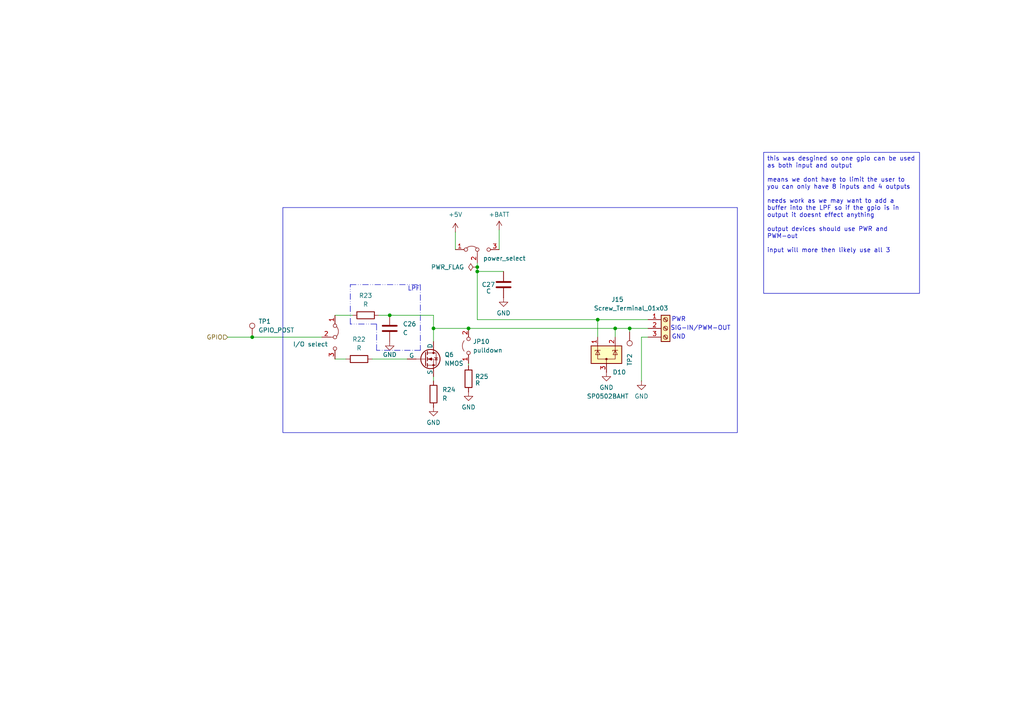
<source format=kicad_sch>
(kicad_sch (version 20231120) (generator "eeschema") (generator_version "8.0")
  (paper "A4")
  (lib_symbols
    (symbol "Connector:Screw_Terminal_01x03" (pin_names (offset 1.016) hide)
      (property "Reference" "J" (at 0 5.08 0))
      (property "Value" "Screw_Terminal_01x03" (at 0 -5.08 0))
      (symbol "Screw_Terminal_01x03_1_1"
        (rectangle (start -1.27 3.81) (end 1.27 -3.81) (stroke (width 0.254)) (fill (type background)))
        (circle (center 0 -2.54) (radius 0.635) (stroke (width 0.1524)))
        (polyline (pts (xy -0.5334 -2.2098) (xy 0.3302 -3.048)) (stroke (width 0.1524)))
        (polyline (pts (xy -0.5334 0.3302) (xy 0.3302 -0.508)) (stroke (width 0.1524)))
        (polyline (pts (xy -0.5334 2.8702) (xy 0.3302 2.032)) (stroke (width 0.1524)))
        (polyline (pts (xy -0.3556 -2.032) (xy 0.508 -2.8702)) (stroke (width 0.1524)))
        (polyline (pts (xy -0.3556 0.508) (xy 0.508 -0.3302)) (stroke (width 0.1524)))
        (polyline (pts (xy -0.3556 3.048) (xy 0.508 2.2098)) (stroke (width 0.1524)))
        (circle (center 0 0) (radius 0.635) (stroke (width 0.1524)))
        (circle (center 0 2.54) (radius 0.635) (stroke (width 0.1524)))
        (pin passive line (at -5.08 2.54 0) (length 3.81) (name "Pin_1") (number "1"))
        (pin passive line (at -5.08 0 0) (length 3.81) (name "Pin_2") (number "2"))
        (pin passive line (at -5.08 -2.54 0) (length 3.81) (name "Pin_3") (number "3"))
      )
    )
    (symbol "Connector:TestPoint" (pin_numbers hide) (pin_names (offset 0.762) hide)
      (property "Reference" "TP" (at 0 6.858 0))
      (property "Value" "TestPoint" (at 0 5.08 0))
      (symbol "TestPoint_0_1"
        (circle (center 0 3.302) (radius 0.762))
      )
      (symbol "TestPoint_1_1"
        (pin passive line (at 0 0 90) (length 2.54) (name "1") (number "1"))
      )
    )
    (symbol "Device:C" (pin_numbers hide) (pin_names (offset 0.254))
      (property "Reference" "C" (at 0.635 2.54 0))
      (property "Value" "C" (at 0.635 -2.54 0))
      (symbol "C_0_1"
        (polyline (pts (xy -2.032 -0.762) (xy 2.032 -0.762)) (stroke (width 0.508)))
        (polyline (pts (xy -2.032 0.762) (xy 2.032 0.762)) (stroke (width 0.508)))
      )
      (symbol "C_1_1"
        (pin passive line (at 0 3.81 270) (length 2.794) (name "~") (number "1"))
        (pin passive line (at 0 -3.81 90) (length 2.794) (name "~") (number "2"))
      )
    )
    (symbol "Device:R" (pin_numbers hide) (pin_names (offset 0))
      (property "Reference" "R" (at 2.032 0 90))
      (property "Value" "R" (at 0 0 90))
      (symbol "R_0_1"
        (rectangle (start -1.016 -2.54) (end 1.016 2.54) (stroke (width 0.254)))
      )
      (symbol "R_1_1"
        (pin passive line (at 0 3.81 270) (length 1.27) (name "~") (number "1"))
        (pin passive line (at 0 -3.81 90) (length 1.27) (name "~") (number "2"))
      )
    )
    (symbol "Jumper:Jumper_2_Open" (pin_names (offset 0) hide)
      (property "Reference" "JP" (at 0 2.794 0))
      (property "Value" "Jumper_2_Open" (at 0 -2.286 0))
      (symbol "Jumper_2_Open_0_0"
        (circle (center -2.032 0) (radius 0.508))
        (circle (center 2.032 0) (radius 0.508))
      )
      (symbol "Jumper_2_Open_0_1"
        (arc (start 1.524 1.27) (mid 0 1.778) (end -1.524 1.27))
      )
      (symbol "Jumper_2_Open_1_1"
        (pin passive line (at -5.08 0 0) (length 2.54) (name "A") (number "1"))
        (pin passive line (at 5.08 0 180) (length 2.54) (name "B") (number "2"))
      )
    )
    (symbol "Jumper:Jumper_3_Bridged12" (pin_names (offset 0) hide)
      (property "Reference" "JP" (at -2.54 -2.54 0))
      (property "Value" "Jumper_3_Bridged12" (at 0 2.794 0))
      (symbol "Jumper_3_Bridged12_0_0"
        (circle (center -3.302 0) (radius 0.508))
        (circle (center 0 0) (radius 0.508))
        (circle (center 3.302 0) (radius 0.508))
      )
      (symbol "Jumper_3_Bridged12_0_1"
        (arc (start -0.254 0.508) (mid -1.651 0.9912) (end -3.048 0.508))
        (polyline (pts (xy 0 -1.27) (xy 0 -0.508)))
      )
      (symbol "Jumper_3_Bridged12_1_1"
        (pin passive line (at -6.35 0 0) (length 2.54) (name "A") (number "1"))
        (pin passive line (at 0 -3.81 90) (length 2.54) (name "C") (number "2"))
        (pin passive line (at 6.35 0 180) (length 2.54) (name "B") (number "3"))
      )
    )
    (symbol "Power_Protection:SP0502BAHT" (pin_names hide)
      (property "Reference" "D" (at 5.715 2.54 0))
      (property "Value" "SP0502BAHT" (at 5.715 0.635 0))
      (symbol "SP0502BAHT_0_0"
        (pin passive line (at 0 -5.08 90) (length 2.54) (name "A") (number "3"))
      )
      (symbol "SP0502BAHT_0_1"
        (rectangle (start -4.445 2.54) (end 4.445 -2.54) (stroke (width 0.254)) (fill (type background)))
        (circle (center 0 -1.27) (radius 0.254) (fill (type outline)))
        (polyline (pts (xy -2.54 2.54) (xy -2.54 1.27)))
        (polyline (pts (xy 0 -1.27) (xy 0 -2.54)))
        (polyline (pts (xy 2.54 2.54) (xy 2.54 1.27)))
        (polyline (pts (xy -3.302 1.016) (xy -3.302 1.27) (xy -1.905 1.27) (xy -1.778 1.27)))
        (polyline (pts (xy -2.54 1.27) (xy -2.54 -1.27) (xy 2.54 -1.27) (xy 2.54 1.27)))
        (polyline (pts (xy -2.54 1.27) (xy -1.905 0) (xy -3.175 0) (xy -2.54 1.27)))
        (polyline (pts (xy 1.778 1.016) (xy 1.778 1.27) (xy 3.175 1.27) (xy 3.302 1.27)))
        (polyline (pts (xy 2.54 1.27) (xy 1.905 0) (xy 3.175 0) (xy 2.54 1.27)))
      )
      (symbol "SP0502BAHT_1_1"
        (pin passive line (at -2.54 5.08 270) (length 2.54) (name "K") (number "1"))
        (pin passive line (at 2.54 5.08 270) (length 2.54) (name "K") (number "2"))
      )
    )
    (symbol "Simulation_SPICE:NMOS" (pin_numbers hide) (pin_names (offset 0))
      (property "Reference" "Q" (at 5.08 1.27 0))
      (property "Value" "NMOS" (at 5.08 -1.27 0))
      (symbol "NMOS_0_1"
        (polyline (pts (xy 0.254 0) (xy -2.54 0)))
        (polyline (pts (xy 0.254 1.905) (xy 0.254 -1.905)) (stroke (width 0.254)))
        (polyline (pts (xy 0.762 -1.27) (xy 0.762 -2.286)) (stroke (width 0.254)))
        (polyline (pts (xy 0.762 0.508) (xy 0.762 -0.508)) (stroke (width 0.254)))
        (polyline (pts (xy 0.762 2.286) (xy 0.762 1.27)) (stroke (width 0.254)))
        (polyline (pts (xy 2.54 2.54) (xy 2.54 1.778)))
        (polyline (pts (xy 2.54 -2.54) (xy 2.54 0) (xy 0.762 0)))
        (polyline (pts (xy 0.762 -1.778) (xy 3.302 -1.778) (xy 3.302 1.778) (xy 0.762 1.778)))
        (polyline (pts (xy 1.016 0) (xy 2.032 0.381) (xy 2.032 -0.381) (xy 1.016 0)) (fill (type outline)))
        (polyline (pts (xy 2.794 0.508) (xy 2.921 0.381) (xy 3.683 0.381) (xy 3.81 0.254)))
        (polyline (pts (xy 3.302 0.381) (xy 2.921 -0.254) (xy 3.683 -0.254) (xy 3.302 0.381)))
        (circle (center 1.651 0) (radius 2.794) (stroke (width 0.254)))
        (circle (center 2.54 -1.778) (radius 0.254) (fill (type outline)))
        (circle (center 2.54 1.778) (radius 0.254) (fill (type outline)))
      )
      (symbol "NMOS_1_1"
        (pin passive line (at 2.54 5.08 270) (length 2.54) (name "D") (number "1"))
        (pin input line (at -5.08 0 0) (length 2.54) (name "G") (number "2"))
        (pin passive line (at 2.54 -5.08 90) (length 2.54) (name "S") (number "3"))
      )
    )
    (symbol "power:+5V" (power) (pin_numbers hide) (pin_names (offset 0) hide)
      (property "Value" "+5V" (at 0 3.556 0))
      (symbol "+5V_0_1"
        (polyline (pts (xy -0.762 1.27) (xy 0 2.54)))
        (polyline (pts (xy 0 0) (xy 0 2.54)))
        (polyline (pts (xy 0 2.54) (xy 0.762 1.27)))
      )
      (symbol "+5V_1_1"
        (pin power_in line (at 0 0 90) (length 0) (name "~") (number "1"))
      )
    )
    (symbol "power:+BATT" (power) (pin_numbers hide) (pin_names (offset 0) hide)
      (property "Value" "+BATT" (at 0 3.556 0))
      (symbol "+BATT_0_1"
        (polyline (pts (xy -0.762 1.27) (xy 0 2.54)))
        (polyline (pts (xy 0 0) (xy 0 2.54)))
        (polyline (pts (xy 0 2.54) (xy 0.762 1.27)))
      )
      (symbol "+BATT_1_1"
        (pin power_in line (at 0 0 90) (length 0) (name "~") (number "1"))
      )
    )
    (symbol "power:GND" (power) (pin_numbers hide) (pin_names (offset 0) hide)
      (property "Value" "GND" (at 0 -3.81 0))
      (symbol "GND_0_1"
        (polyline (pts (xy 0 0) (xy 0 -1.27) (xy 1.27 -1.27) (xy 0 -2.54) (xy -1.27 -1.27) (xy 0 -1.27)))
      )
      (symbol "GND_1_1"
        (pin power_in line (at 0 0 270) (length 0) (name "~") (number "1"))
      )
    )
    (symbol "power:PWR_FLAG" (power) (pin_numbers hide) (pin_names (offset 0) hide)
      (property "Value" "PWR_FLAG" (at 0 3.81 0))
      (symbol "PWR_FLAG_0_0"
        (pin power_out line (at 0 0 90) (length 0) (name "~") (number "1"))
      )
      (symbol "PWR_FLAG_0_1"
        (polyline (pts (xy 0 0) (xy 0 1.27) (xy -1.016 1.905) (xy 0 2.54) (xy 1.016 1.905) (xy 0 1.27)))
      )
    )
  )
  (junction (at 173.355 92.71))
  (junction (at 182.626 95.25))
  (junction (at 125.73 95.25))
  (junction (at 135.89 95.25))
  (junction (at 73.152 97.79))
  (junction (at 138.43 78.74))
  (junction (at 138.43 77.47))
  (junction (at 178.435 95.25))
  (junction (at 113.03 91.44))
  (wire (pts (xy 182.626 96.266) (xy 182.626 95.25)))
  (wire (pts (xy 178.435 95.25) (xy 182.626 95.25)))
  (wire (pts (xy 138.43 76.2) (xy 138.43 77.47)))
  (polyline (pts (xy 121.92 101.6) (xy 109.22 101.6)) (stroke (width 0) (type dash_dot)))
  (wire (pts (xy 178.435 95.25) (xy 178.435 97.79)))
  (polyline (pts (xy 101.6 93.98) (xy 101.6 82.55)) (stroke (width 0) (type dash_dot_dot)))
  (wire (pts (xy 138.43 78.74) (xy 146.05 78.74)))
  (polyline (pts (xy 101.6 82.55) (xy 121.92 82.55)) (stroke (width 0) (type dash_dot_dot)))
  (wire (pts (xy 125.73 95.25) (xy 125.73 99.06)))
  (wire (pts (xy 97.155 91.44) (xy 102.235 91.44)))
  (wire (pts (xy 138.43 77.47) (xy 138.43 78.74)))
  (wire (pts (xy 187.96 97.79) (xy 186.055 97.79)))
  (wire (pts (xy 73.152 97.79) (xy 93.345 97.79)))
  (wire (pts (xy 135.89 95.25) (xy 178.435 95.25)))
  (wire (pts (xy 182.626 95.25) (xy 187.96 95.25)))
  (wire (pts (xy 138.43 92.71) (xy 173.355 92.71)))
  (wire (pts (xy 186.055 97.79) (xy 186.055 110.49)))
  (wire (pts (xy 97.155 104.14) (xy 100.33 104.14)))
  (wire (pts (xy 125.73 95.25) (xy 135.89 95.25)))
  (polyline (pts (xy 121.92 82.55) (xy 121.92 101.6)) (stroke (width 0) (type dash_dot)))
  (wire (pts (xy 135.89 106.045) (xy 135.89 105.41)))
  (wire (pts (xy 138.43 92.71) (xy 138.43 78.74)))
  (polyline (pts (xy 101.6 93.98) (xy 101.6 93.98)))
  (wire (pts (xy 173.355 92.71) (xy 173.355 97.79)))
  (wire (pts (xy 66.04 97.79) (xy 73.152 97.79)))
  (wire (pts (xy 109.855 91.44) (xy 113.03 91.44)))
  (wire (pts (xy 125.73 109.22) (xy 125.73 110.49)))
  (wire (pts (xy 125.73 91.44) (xy 125.73 95.25)))
  (polyline (pts (xy 109.22 101.6) (xy 109.22 93.98)) (stroke (width 0) (type dash_dot)))
  (polyline (pts (xy 109.22 93.98) (xy 101.6 93.98)) (stroke (width 0) (type dash_dot_dot)))
  (wire (pts (xy 113.03 91.44) (xy 125.73 91.44)))
  (wire (pts (xy 132.08 67.31) (xy 132.08 72.39)))
  (wire (pts (xy 107.95 104.14) (xy 118.11 104.14)))
  (wire (pts (xy 173.355 92.71) (xy 187.96 92.71)))
  (wire (pts (xy 144.78 66.675) (xy 144.78 72.39)))
  (rectangle (start 82.042 60.198) (end 213.868 125.476))
  (text_box "this was desgined so one gpio can be used as both input and output\n\nmeans we dont have to limit the user to you can only have 8 inputs and 4 outputs\n\nneeds work as we may want to add a buffer into the LPF so if the gpio is in output it doesnt effect anything\n\noutput devices should use PWR and PWM-out\n\ninput will more then likely use all 3\n" (at 221.488 44.196 0) (size 45.212 40.894) (effects (font (size 1.27 1.27)) (justify left top)))
  (text "LPF\n" (at 120.015 83.82 0) (effects (font (size 1.27 1.27))))
  (text "PWR" (at 196.85 92.71 0) (effects (font (size 1.27 1.27))))
  (text "GND\n" (at 196.85 97.79 0) (effects (font (size 1.27 1.27))))
  (text "SIG-IN/PWM-OUT" (at 203.2 95.25 0) (effects (font (size 1.27 1.27))))
  (hierarchical_label "GPIO" (shape input) (at 66.04 97.79 180))
  (symbol (lib_id "Jumper:Jumper_2_Open") (at 135.89 100.33 90) (unit 1)
    (property "Reference" "JP10" (at 137.16 99.0599 90) (effects (justify right)))
    (property "Value" "pulldown" (at 137.16 101.5999 90) (effects (justify right)))
    (property "Footprint" "Connector_PinHeader_2.54mm:PinHeader_1x02_P2.54mm_Vertical" (effects (hide yes)))
    (property "Description" "Jumper, 2-pole, open" (effects (hide yes)))
    (instances (project "data_logger" (path "" (reference "JP10") (unit 1)) (path "" (reference "JP26") (unit 1)) (path "" (reference "JP29") (unit 1)) (path "" (reference "JP32") (unit 1)) (path "" (reference "JP35") (unit 1)) (path "" (reference "JP38") (unit 1)) (path "" (reference "JP41") (unit 1)) (path "" (reference "JP44") (unit 1)) (path "" (reference "JP47") (unit 1)) (path "" (reference "JP50") (unit 1)) (path "" (reference "JP53") (unit 1)) (path "" (reference "JP13") (unit 1)) (path "" (reference "JP59") (unit 1)) (path "" (reference "JP56") (unit 1))))
  )
  (symbol (lib_id "Device:R") (at 106.045 91.44 270) (unit 1)
    (property "Reference" "R23" (at 106.045 85.725 90))
    (property "Value" "R" (at 106.045 88.265 90))
    (property "Footprint" "Resistor_SMD:R_0603_1608Metric_Pad0.98x0.95mm_HandSolder" (effects (hide yes)))
    (property "Description" "Resistor" (effects (hide yes)))
    (instances (project "data_logger" (path "" (reference "R23") (unit 1)) (path "" (reference "R9") (unit 1)) (path "" (reference "R27") (unit 1)) (path "" (reference "R31") (unit 1)) (path "" (reference "R35") (unit 1)) (path "" (reference "R39") (unit 1)) (path "" (reference "R43") (unit 1)) (path "" (reference "R47") (unit 1)) (path "" (reference "R51") (unit 1)) (path "" (reference "R55") (unit 1)) (path "" (reference "R59") (unit 1)) (path "" (reference "R13") (unit 1)) (path "" (reference "R67") (unit 1)) (path "" (reference "R63") (unit 1))))
  )
  (symbol (lib_id "Connector:Screw_Terminal_01x03") (at 193.04 95.25 0) (unit 1)
    (property "Reference" "J15" (at 177.292 86.868 0) (effects (justify left)))
    (property "Value" "Screw_Terminal_01x03" (at 172.212 89.408 0) (effects (justify left)))
    (property "Footprint" "TerminalBlock:TerminalBlock_Altech_AK300-3_P5.00mm" (effects (hide yes)))
    (property "Description" "Generic screw terminal, single row, 01x03, script generated (kicad-library-utils/schlib/autogen/connector/)" (effects (hide yes)))
    (instances (project "data_logger" (path "" (reference "J15") (unit 1)) (path "" (reference "J10") (unit 1)) (path "" (reference "J16") (unit 1)) (path "" (reference "J17") (unit 1)) (path "" (reference "J18") (unit 1)) (path "" (reference "J19") (unit 1)) (path "" (reference "J20") (unit 1)) (path "" (reference "J21") (unit 1)) (path "" (reference "J22") (unit 1)) (path "" (reference "J23") (unit 1)) (path "" (reference "J24") (unit 1)) (path "" (reference "J11") (unit 1)) (path "" (reference "J29") (unit 1)) (path "" (reference "J25") (unit 1))))
  )
  (symbol (lib_id "power:GND") (at 135.89 113.665 0) (unit 1)
    (property "Reference" "#PWR0113" (effects (hide yes)))
    (property "Value" "GND" (at 135.89 118.11 0))
    (property "Description" "Power symbol creates a global label with name \"GND\" , ground" (effects (hide yes)))
    (instances (project "data_logger" (path "" (reference "#PWR0113") (unit 1)) (path "" (reference "#PWR054") (unit 1)) (path "" (reference "#PWR0121") (unit 1)) (path "" (reference "#PWR0129") (unit 1)) (path "" (reference "#PWR0137") (unit 1)) (path "" (reference "#PWR0145") (unit 1)) (path "" (reference "#PWR0153") (unit 1)) (path "" (reference "#PWR0161") (unit 1)) (path "" (reference "#PWR0169") (unit 1)) (path "" (reference "#PWR0177") (unit 1)) (path "" (reference "#PWR0185") (unit 1)) (path "" (reference "#PWR062") (unit 1)) (path "" (reference "#PWR0208") (unit 1)) (path "" (reference "#PWR0193") (unit 1))))
  )
  (symbol (lib_id "Device:C") (at 146.05 82.55 0) (unit 1)
    (property "Reference" "C27" (at 139.7 82.55 0) (effects (justify left)))
    (property "Value" "C" (at 140.97 84.455 0) (effects (justify left)))
    (property "Footprint" "Capacitor_SMD:C_0603_1608Metric_Pad1.08x0.95mm_HandSolder" (effects (hide yes)))
    (property "Description" "Unpolarized capacitor" (effects (hide yes)))
    (instances (project "data_logger" (path "" (reference "C27") (unit 1)) (path "" (reference "C15") (unit 1)) (path "" (reference "C29") (unit 1)) (path "" (reference "C31") (unit 1)) (path "" (reference "C33") (unit 1)) (path "" (reference "C35") (unit 1)) (path "" (reference "C37") (unit 1)) (path "" (reference "C39") (unit 1)) (path "" (reference "C41") (unit 1)) (path "" (reference "C43") (unit 1)) (path "" (reference "C45") (unit 1)) (path "" (reference "C17") (unit 1)) (path "" (reference "C49") (unit 1)) (path "" (reference "C47") (unit 1))))
  )
  (symbol (lib_id "power:GND") (at 125.73 118.11 0) (unit 1)
    (property "Reference" "#PWR0111" (effects (hide yes)))
    (property "Value" "GND" (at 125.73 122.555 0))
    (property "Description" "Power symbol creates a global label with name \"GND\" , ground" (effects (hide yes)))
    (instances (project "data_logger" (path "" (reference "#PWR0111") (unit 1)) (path "" (reference "#PWR052") (unit 1)) (path "" (reference "#PWR0119") (unit 1)) (path "" (reference "#PWR0127") (unit 1)) (path "" (reference "#PWR0135") (unit 1)) (path "" (reference "#PWR0143") (unit 1)) (path "" (reference "#PWR0151") (unit 1)) (path "" (reference "#PWR0159") (unit 1)) (path "" (reference "#PWR0167") (unit 1)) (path "" (reference "#PWR0175") (unit 1)) (path "" (reference "#PWR0183") (unit 1)) (path "" (reference "#PWR060") (unit 1)) (path "" (reference "#PWR0206") (unit 1)) (path "" (reference "#PWR0191") (unit 1))))
  )
  (symbol (lib_id "Device:R") (at 135.89 109.855 0) (unit 1)
    (property "Reference" "R25" (at 137.795 109.22 0) (effects (justify left)))
    (property "Value" "R" (at 137.795 111.1249 0) (effects (justify left)))
    (property "Footprint" "Resistor_SMD:R_0603_1608Metric_Pad0.98x0.95mm_HandSolder" (effects (hide yes)))
    (property "Description" "Resistor" (effects (hide yes)))
    (instances (project "data_logger" (path "" (reference "R25") (unit 1)) (path "" (reference "R11") (unit 1)) (path "" (reference "R29") (unit 1)) (path "" (reference "R33") (unit 1)) (path "" (reference "R37") (unit 1)) (path "" (reference "R41") (unit 1)) (path "" (reference "R45") (unit 1)) (path "" (reference "R49") (unit 1)) (path "" (reference "R53") (unit 1)) (path "" (reference "R57") (unit 1)) (path "" (reference "R61") (unit 1)) (path "" (reference "R15") (unit 1)) (path "" (reference "R69") (unit 1)) (path "" (reference "R65") (unit 1))))
  )
  (symbol (lib_id "Device:R") (at 125.73 114.3 0) (unit 1)
    (property "Reference" "R24" (at 128.27 113.0299 0) (effects (justify left)))
    (property "Value" "R" (at 128.27 115.5699 0) (effects (justify left)))
    (property "Footprint" "Resistor_SMD:R_0603_1608Metric_Pad0.98x0.95mm_HandSolder" (effects (hide yes)))
    (property "Description" "Resistor" (effects (hide yes)))
    (instances (project "data_logger" (path "" (reference "R24") (unit 1)) (path "" (reference "R10") (unit 1)) (path "" (reference "R28") (unit 1)) (path "" (reference "R32") (unit 1)) (path "" (reference "R36") (unit 1)) (path "" (reference "R40") (unit 1)) (path "" (reference "R44") (unit 1)) (path "" (reference "R48") (unit 1)) (path "" (reference "R52") (unit 1)) (path "" (reference "R56") (unit 1)) (path "" (reference "R60") (unit 1)) (path "" (reference "R14") (unit 1)) (path "" (reference "R68") (unit 1)) (path "" (reference "R64") (unit 1))))
  )
  (symbol (lib_id "Connector:TestPoint") (at 182.626 96.266 180) (unit 1)
    (property "Reference" "TP2" (at 182.626 106.172 90) (effects (justify right)))
    (property "Value" "GPIO_INPUT_PRE" (effects (hide yes)))
    (property "Footprint" "TestPoint:TestPoint_Keystone_5019_Minature" (effects (hide yes)))
    (property "Description" "test point" (effects (hide yes)))
    (instances (project "data_logger" (path "" (reference "TP2") (unit 1)) (path "" (reference "TP7") (unit 1)) (path "" (reference "TP9") (unit 1)) (path "" (reference "TP11") (unit 1)) (path "" (reference "TP13") (unit 1)) (path "" (reference "TP15") (unit 1)) (path "" (reference "TP17") (unit 1)) (path "" (reference "TP19") (unit 1)) (path "" (reference "TP21") (unit 1)) (path "" (reference "TP23") (unit 1)) (path "" (reference "TP25") (unit 1)) (path "" (reference "TP4") (unit 1)) (path "" (reference "TP29") (unit 1)) (path "" (reference "TP27") (unit 1))))
  )
  (symbol (lib_id "power:GND") (at 175.895 107.95 0) (unit 1)
    (property "Reference" "#PWR0116" (effects (hide yes)))
    (property "Value" "GND" (at 175.895 112.395 0))
    (property "Description" "Power symbol creates a global label with name \"GND\" , ground" (effects (hide yes)))
    (instances (project "data_logger" (path "" (reference "#PWR0116") (unit 1)) (path "" (reference "#PWR057") (unit 1)) (path "" (reference "#PWR0124") (unit 1)) (path "" (reference "#PWR0132") (unit 1)) (path "" (reference "#PWR0140") (unit 1)) (path "" (reference "#PWR0148") (unit 1)) (path "" (reference "#PWR0156") (unit 1)) (path "" (reference "#PWR0164") (unit 1)) (path "" (reference "#PWR0172") (unit 1)) (path "" (reference "#PWR0180") (unit 1)) (path "" (reference "#PWR0188") (unit 1)) (path "" (reference "#PWR065") (unit 1)) (path "" (reference "#PWR0211") (unit 1)) (path "" (reference "#PWR0196") (unit 1))))
  )
  (symbol (lib_id "power:+5V") (at 132.08 67.31 0) (unit 1)
    (property "Reference" "#PWR0112" (effects (hide yes)))
    (property "Value" "+5V" (at 132.08 62.23 0))
    (property "Description" "Power symbol creates a global label with name \"+5V\"" (effects (hide yes)))
    (instances (project "data_logger" (path "" (reference "#PWR0112") (unit 1)) (path "" (reference "#PWR053") (unit 1)) (path "" (reference "#PWR0120") (unit 1)) (path "" (reference "#PWR0128") (unit 1)) (path "" (reference "#PWR0136") (unit 1)) (path "" (reference "#PWR0144") (unit 1)) (path "" (reference "#PWR0152") (unit 1)) (path "" (reference "#PWR0160") (unit 1)) (path "" (reference "#PWR0168") (unit 1)) (path "" (reference "#PWR0176") (unit 1)) (path "" (reference "#PWR0184") (unit 1)) (path "" (reference "#PWR061") (unit 1)) (path "" (reference "#PWR0207") (unit 1)) (path "" (reference "#PWR0192") (unit 1))))
  )
  (symbol (lib_id "Device:R") (at 104.14 104.14 270) (unit 1)
    (property "Reference" "R22" (at 104.14 98.425 90))
    (property "Value" "R" (at 104.14 100.965 90))
    (property "Footprint" "Resistor_SMD:R_0603_1608Metric_Pad0.98x0.95mm_HandSolder" (effects (hide yes)))
    (property "Description" "Resistor" (effects (hide yes)))
    (instances (project "data_logger" (path "" (reference "R22") (unit 1)) (path "" (reference "R8") (unit 1)) (path "" (reference "R26") (unit 1)) (path "" (reference "R30") (unit 1)) (path "" (reference "R34") (unit 1)) (path "" (reference "R38") (unit 1)) (path "" (reference "R42") (unit 1)) (path "" (reference "R46") (unit 1)) (path "" (reference "R50") (unit 1)) (path "" (reference "R54") (unit 1)) (path "" (reference "R58") (unit 1)) (path "" (reference "R12") (unit 1)) (path "" (reference "R66") (unit 1)) (path "" (reference "R62") (unit 1))))
  )
  (symbol (lib_id "power:GND") (at 113.03 99.06 0) (unit 1)
    (property "Reference" "#PWR0110" (effects (hide yes)))
    (property "Value" "GND" (at 113.03 102.87 0))
    (property "Description" "Power symbol creates a global label with name \"GND\" , ground" (effects (hide yes)))
    (instances (project "data_logger" (path "" (reference "#PWR0110") (unit 1)) (path "" (reference "#PWR051") (unit 1)) (path "" (reference "#PWR0118") (unit 1)) (path "" (reference "#PWR0126") (unit 1)) (path "" (reference "#PWR0134") (unit 1)) (path "" (reference "#PWR0142") (unit 1)) (path "" (reference "#PWR0150") (unit 1)) (path "" (reference "#PWR0158") (unit 1)) (path "" (reference "#PWR0166") (unit 1)) (path "" (reference "#PWR0174") (unit 1)) (path "" (reference "#PWR0182") (unit 1)) (path "" (reference "#PWR059") (unit 1)) (path "" (reference "#PWR0205") (unit 1)) (path "" (reference "#PWR0190") (unit 1))))
  )
  (symbol (lib_id "Connector:TestPoint") (at 73.152 97.79 0) (unit 1)
    (property "Reference" "TP1" (at 74.93 93.2179 0) (effects (justify left)))
    (property "Value" "GPIO_POST" (at 74.93 95.7579 0) (effects (justify left)))
    (property "Footprint" "TestPoint:TestPoint_Keystone_5019_Minature" (effects (hide yes)))
    (property "Description" "test point" (effects (hide yes)))
    (instances (project "data_logger" (path "" (reference "TP1") (unit 1)) (path "" (reference "TP6") (unit 1)) (path "" (reference "TP8") (unit 1)) (path "" (reference "TP10") (unit 1)) (path "" (reference "TP12") (unit 1)) (path "" (reference "TP14") (unit 1)) (path "" (reference "TP16") (unit 1)) (path "" (reference "TP18") (unit 1)) (path "" (reference "TP20") (unit 1)) (path "" (reference "TP22") (unit 1)) (path "" (reference "TP24") (unit 1)) (path "" (reference "TP3") (unit 1)) (path "" (reference "TP28") (unit 1)) (path "" (reference "TP26") (unit 1))))
  )
  (symbol (lib_id "Simulation_SPICE:NMOS") (at 123.19 104.14 0) (unit 1)
    (property "Reference" "Q6" (at 128.905 102.8699 0) (effects (justify left)))
    (property "Value" "NMOS" (at 128.905 105.4099 0) (effects (justify left)))
    (property "Footprint" "Package_TO_SOT_SMD:SOT-23-3" (effects (hide yes)))
    (property "Datasheet" "https://ngspice.sourceforge.io/docs/ngspice-html-manual/manual.xhtml#cha_MOSFETs" (effects (hide yes)))
    (property "Description" "N-MOSFET transistor, drain/source/gate" (effects (hide yes)))
    (property "Sim.Device" "NMOS" (effects (hide yes)))
    (property "Sim.Type" "VDMOS" (effects (hide yes)))
    (property "Sim.Pins" "1=D 2=G 3=S" (effects (hide yes)))
    (instances (project "data_logger" (path "" (reference "Q6") (unit 1)) (path "" (reference "Q3") (unit 1)) (path "" (reference "Q7") (unit 1)) (path "" (reference "Q8") (unit 1)) (path "" (reference "Q9") (unit 1)) (path "" (reference "Q10") (unit 1)) (path "" (reference "Q11") (unit 1)) (path "" (reference "Q12") (unit 1)) (path "" (reference "Q13") (unit 1)) (path "" (reference "Q14") (unit 1)) (path "" (reference "Q15") (unit 1)) (path "" (reference "Q4") (unit 1)) (path "" (reference "Q17") (unit 1)) (path "" (reference "Q16") (unit 1))))
  )
  (symbol (lib_id "power:GND") (at 186.055 110.49 0) (unit 1)
    (property "Reference" "#PWR0117" (effects (hide yes)))
    (property "Value" "GND" (at 186.055 114.935 0))
    (property "Description" "Power symbol creates a global label with name \"GND\" , ground" (effects (hide yes)))
    (instances (project "data_logger" (path "" (reference "#PWR0117") (unit 1)) (path "" (reference "#PWR058") (unit 1)) (path "" (reference "#PWR0125") (unit 1)) (path "" (reference "#PWR0133") (unit 1)) (path "" (reference "#PWR0141") (unit 1)) (path "" (reference "#PWR0149") (unit 1)) (path "" (reference "#PWR0157") (unit 1)) (path "" (reference "#PWR0165") (unit 1)) (path "" (reference "#PWR0173") (unit 1)) (path "" (reference "#PWR0181") (unit 1)) (path "" (reference "#PWR0189") (unit 1)) (path "" (reference "#PWR066") (unit 1)) (path "" (reference "#PWR0212") (unit 1)) (path "" (reference "#PWR0197") (unit 1))))
  )
  (symbol (lib_id "power:PWR_FLAG") (at 138.43 77.47 90) (unit 1)
    (property "Reference" "#FLG09" (effects (hide yes)))
    (property "Value" "PWR_FLAG" (at 134.62 77.4699 90) (effects (justify left)))
    (property "Description" "Special symbol for telling ERC where power comes from" (effects (hide yes)))
    (instances (project "data_logger" (path "" (reference "#FLG09") (unit 1)) (path "" (reference "#FLG016") (unit 1)) (path "" (reference "#FLG017") (unit 1)) (path "" (reference "#FLG018") (unit 1)) (path "" (reference "#FLG019") (unit 1)) (path "" (reference "#FLG020") (unit 1)) (path "" (reference "#FLG021") (unit 1)) (path "" (reference "#FLG022") (unit 1)) (path "" (reference "#FLG023") (unit 1)) (path "" (reference "#FLG024") (unit 1)) (path "" (reference "#FLG025") (unit 1)) (path "" (reference "#FLG010") (unit 1)) (path "" (reference "#FLG027") (unit 1)) (path "" (reference "#FLG026") (unit 1))))
  )
  (symbol (lib_id "power:+BATT") (at 144.78 66.675 0) (unit 1)
    (property "Reference" "#PWR055" (effects (hide yes)))
    (property "Value" "+BATT" (at 144.78 62.23 0))
    (property "Description" "Power symbol creates a global label with name \"+BATT\"" (effects (hide yes)))
    (instances (project "data_logger" (path "" (reference "#PWR055") (unit 1)) (path "" (reference "#PWR0114") (unit 1)) (path "" (reference "#PWR0122") (unit 1)) (path "" (reference "#PWR0130") (unit 1)) (path "" (reference "#PWR0138") (unit 1)) (path "" (reference "#PWR0146") (unit 1)) (path "" (reference "#PWR0154") (unit 1)) (path "" (reference "#PWR0162") (unit 1)) (path "" (reference "#PWR0170") (unit 1)) (path "" (reference "#PWR0178") (unit 1)) (path "" (reference "#PWR0186") (unit 1)) (path "" (reference "#PWR063") (unit 1)) (path "" (reference "#PWR0209") (unit 1)) (path "" (reference "#PWR0194") (unit 1))))
  )
  (symbol (lib_id "Jumper:Jumper_3_Bridged12") (at 97.155 97.79 270) (unit 1)
    (property "Reference" "JP25" (effects (hide yes)))
    (property "Value" "I/O select" (at 84.963 99.822 90) (effects (justify left)))
    (property "Footprint" "Connector_PinHeader_2.54mm:PinHeader_1x03_P2.54mm_Vertical" (effects (hide yes)))
    (property "Description" "Jumper, 3-pole, pins 1+2 closed/bridged" (effects (hide yes)))
    (instances (project "data_logger" (path "" (reference "JP25") (unit 1)) (path "" (reference "JP9") (unit 1)) (path "" (reference "JP28") (unit 1)) (path "" (reference "JP31") (unit 1)) (path "" (reference "JP34") (unit 1)) (path "" (reference "JP37") (unit 1)) (path "" (reference "JP40") (unit 1)) (path "" (reference "JP43") (unit 1)) (path "" (reference "JP46") (unit 1)) (path "" (reference "JP49") (unit 1)) (path "" (reference "JP52") (unit 1)) (path "" (reference "JP12") (unit 1)) (path "" (reference "JP58") (unit 1)) (path "" (reference "JP55") (unit 1))))
  )
  (symbol (lib_id "Jumper:Jumper_3_Bridged12") (at 138.43 72.39 0) (unit 1)
    (property "Reference" "JP27" (effects (hide yes)))
    (property "Value" "power_select" (at 146.304 74.93 0))
    (property "Footprint" "Connector_PinHeader_2.54mm:PinHeader_1x03_P2.54mm_Vertical" (effects (hide yes)))
    (property "Description" "Jumper, 3-pole, pins 1+2 closed/bridged" (effects (hide yes)))
    (instances (project "data_logger" (path "" (reference "JP27") (unit 1)) (path "" (reference "JP11") (unit 1)) (path "" (reference "JP30") (unit 1)) (path "" (reference "JP33") (unit 1)) (path "" (reference "JP36") (unit 1)) (path "" (reference "JP39") (unit 1)) (path "" (reference "JP42") (unit 1)) (path "" (reference "JP45") (unit 1)) (path "" (reference "JP48") (unit 1)) (path "" (reference "JP51") (unit 1)) (path "" (reference "JP54") (unit 1)) (path "" (reference "JP14") (unit 1)) (path "" (reference "JP60") (unit 1)) (path "" (reference "JP57") (unit 1))))
  )
  (symbol (lib_id "Device:C") (at 113.03 95.25 0) (unit 1)
    (property "Reference" "C26" (at 116.84 93.9799 0) (effects (justify left)))
    (property "Value" "C" (at 116.84 96.5199 0) (effects (justify left)))
    (property "Footprint" "Capacitor_SMD:C_0603_1608Metric_Pad1.08x0.95mm_HandSolder" (effects (hide yes)))
    (property "Description" "Unpolarized capacitor" (effects (hide yes)))
    (instances (project "data_logger" (path "" (reference "C26") (unit 1)) (path "" (reference "C14") (unit 1)) (path "" (reference "C28") (unit 1)) (path "" (reference "C30") (unit 1)) (path "" (reference "C32") (unit 1)) (path "" (reference "C34") (unit 1)) (path "" (reference "C36") (unit 1)) (path "" (reference "C38") (unit 1)) (path "" (reference "C40") (unit 1)) (path "" (reference "C42") (unit 1)) (path "" (reference "C44") (unit 1)) (path "" (reference "C16") (unit 1)) (path "" (reference "C48") (unit 1)) (path "" (reference "C46") (unit 1))))
  )
  (symbol (lib_id "power:GND") (at 146.05 86.36 0) (unit 1)
    (property "Reference" "#PWR0115" (effects (hide yes)))
    (property "Value" "GND" (at 146.05 90.805 0))
    (property "Description" "Power symbol creates a global label with name \"GND\" , ground" (effects (hide yes)))
    (instances (project "data_logger" (path "" (reference "#PWR0115") (unit 1)) (path "" (reference "#PWR056") (unit 1)) (path "" (reference "#PWR0123") (unit 1)) (path "" (reference "#PWR0131") (unit 1)) (path "" (reference "#PWR0139") (unit 1)) (path "" (reference "#PWR0147") (unit 1)) (path "" (reference "#PWR0155") (unit 1)) (path "" (reference "#PWR0163") (unit 1)) (path "" (reference "#PWR0171") (unit 1)) (path "" (reference "#PWR0179") (unit 1)) (path "" (reference "#PWR0187") (unit 1)) (path "" (reference "#PWR064") (unit 1)) (path "" (reference "#PWR0210") (unit 1)) (path "" (reference "#PWR0195") (unit 1))))
  )
  (symbol (lib_id "Power_Protection:SP0502BAHT") (at 175.895 102.87 0) (unit 1)
    (property "Reference" "D10" (at 177.673 107.95 0) (effects (justify left)))
    (property "Value" "SP0502BAHT" (at 170.18 114.935 0) (effects (justify left)))
    (property "Footprint" "Package_TO_SOT_SMD:SOT-23" (effects (hide yes)))
    (property "Datasheet" "http://www.littelfuse.com/~/media/files/littelfuse/technical%20resources/documents/data%20sheets/sp05xxba.pdf" (effects (hide yes)))
    (property "Description" "TVS Diode Array, 5.5V Standoff, 2 Channels, SOT-23 package" (effects (hide yes)))
    (instances (project "data_logger" (path "" (reference "D10") (unit 1)) (path "" (reference "D8") (unit 1)) (path "" (reference "D11") (unit 1)) (path "" (reference "D12") (unit 1)) (path "" (reference "D13") (unit 1)) (path "" (reference "D14") (unit 1)) (path "" (reference "D15") (unit 1)) (path "" (reference "D16") (unit 1)) (path "" (reference "D17") (unit 1)) (path "" (reference "D18") (unit 1)) (path "" (reference "D19") (unit 1)) (path "" (reference "D9") (unit 1)) (path "" (reference "D21") (unit 1)) (path "" (reference "D20") (unit 1))))
  )
)
</source>
